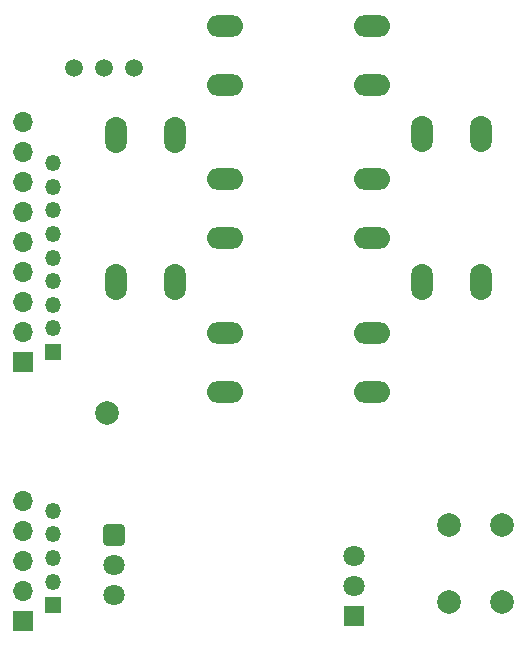
<source format=gbr>
%TF.GenerationSoftware,KiCad,Pcbnew,(6.0.10)*%
%TF.CreationDate,2023-02-12T17:13:18+09:00*%
%TF.ProjectId,monitor_osd_control,6d6f6e69-746f-4725-9f6f-73645f636f6e,4*%
%TF.SameCoordinates,PX7ab4258PY723a4bd*%
%TF.FileFunction,Soldermask,Bot*%
%TF.FilePolarity,Negative*%
%FSLAX46Y46*%
G04 Gerber Fmt 4.6, Leading zero omitted, Abs format (unit mm)*
G04 Created by KiCad (PCBNEW (6.0.10)) date 2023-02-12 17:13:18*
%MOMM*%
%LPD*%
G01*
G04 APERTURE LIST*
G04 Aperture macros list*
%AMRoundRect*
0 Rectangle with rounded corners*
0 $1 Rounding radius*
0 $2 $3 $4 $5 $6 $7 $8 $9 X,Y pos of 4 corners*
0 Add a 4 corners polygon primitive as box body*
4,1,4,$2,$3,$4,$5,$6,$7,$8,$9,$2,$3,0*
0 Add four circle primitives for the rounded corners*
1,1,$1+$1,$2,$3*
1,1,$1+$1,$4,$5*
1,1,$1+$1,$6,$7*
1,1,$1+$1,$8,$9*
0 Add four rect primitives between the rounded corners*
20,1,$1+$1,$2,$3,$4,$5,0*
20,1,$1+$1,$4,$5,$6,$7,0*
20,1,$1+$1,$6,$7,$8,$9,0*
20,1,$1+$1,$8,$9,$2,$3,0*%
G04 Aperture macros list end*
%ADD10O,1.850000X3.048000*%
%ADD11RoundRect,0.250200X-0.649800X0.649800X-0.649800X-0.649800X0.649800X-0.649800X0.649800X0.649800X0*%
%ADD12C,1.800000*%
%ADD13R,1.800000X1.800000*%
%ADD14C,2.000000*%
%ADD15C,1.500000*%
%ADD16O,3.048000X1.850000*%
%ADD17R,1.700000X1.700000*%
%ADD18O,1.700000X1.700000*%
%ADD19R,1.350000X1.350000*%
%ADD20O,1.350000X1.350000*%
G04 APERTURE END LIST*
D10*
%TO.C,SW1*%
X9511848Y30788445D03*
X9511848Y43288445D03*
X14511848Y43288445D03*
X14511848Y30788445D03*
%TD*%
D11*
%TO.C,U1*%
X9384848Y9413445D03*
D12*
X9384848Y6873445D03*
X9384848Y4333445D03*
%TD*%
D13*
%TO.C,D2*%
X29704848Y2555445D03*
D12*
X29704848Y5095445D03*
X29704848Y7635445D03*
%TD*%
D14*
%TO.C,SW6*%
X42261848Y3751645D03*
X42261848Y10251645D03*
X37761848Y10251645D03*
X37761848Y3751645D03*
%TD*%
D15*
%TO.C,TP2*%
X5955848Y48910445D03*
%TD*%
D10*
%TO.C,SW5*%
X40491848Y43298445D03*
X40491848Y30798445D03*
X35491848Y30798445D03*
X35491848Y43298445D03*
%TD*%
D15*
%TO.C,TP1*%
X11035848Y48910445D03*
%TD*%
%TO.C,TP3*%
X8495848Y48910445D03*
%TD*%
D16*
%TO.C,SW4*%
X18741848Y21508445D03*
X31241848Y21508445D03*
X18741848Y26508445D03*
X31241848Y26508445D03*
%TD*%
%TO.C,SW2*%
X31251848Y52488445D03*
X18751848Y52488445D03*
X31251848Y47488445D03*
X18751848Y47488445D03*
%TD*%
D14*
%TO.C,TP4*%
X8749848Y19700445D03*
%TD*%
D16*
%TO.C,SW3*%
X31251848Y39518445D03*
X18751848Y39518445D03*
X31251848Y34518445D03*
X18751848Y34518445D03*
%TD*%
D17*
%TO.C,J4*%
X1637848Y2144445D03*
D18*
X1637848Y4684445D03*
X1637848Y7224445D03*
X1637848Y9764445D03*
X1637848Y12304445D03*
%TD*%
D19*
%TO.C,J1*%
X4177848Y24882045D03*
D20*
X4177848Y26882045D03*
X4177848Y28882045D03*
X4177848Y30882045D03*
X4177848Y32882045D03*
X4177848Y34882045D03*
X4177848Y36882045D03*
X4177848Y38882045D03*
X4177848Y40882045D03*
%TD*%
D17*
%TO.C,J2*%
X1637848Y24018445D03*
D18*
X1637848Y26558445D03*
X1637848Y29098445D03*
X1637848Y31638445D03*
X1637848Y34178445D03*
X1637848Y36718445D03*
X1637848Y39258445D03*
X1637848Y41798445D03*
X1637848Y44338445D03*
%TD*%
D19*
%TO.C,J3*%
X4177848Y3444445D03*
D20*
X4177848Y5444445D03*
X4177848Y7444445D03*
X4177848Y9444445D03*
X4177848Y11444445D03*
%TD*%
M02*

</source>
